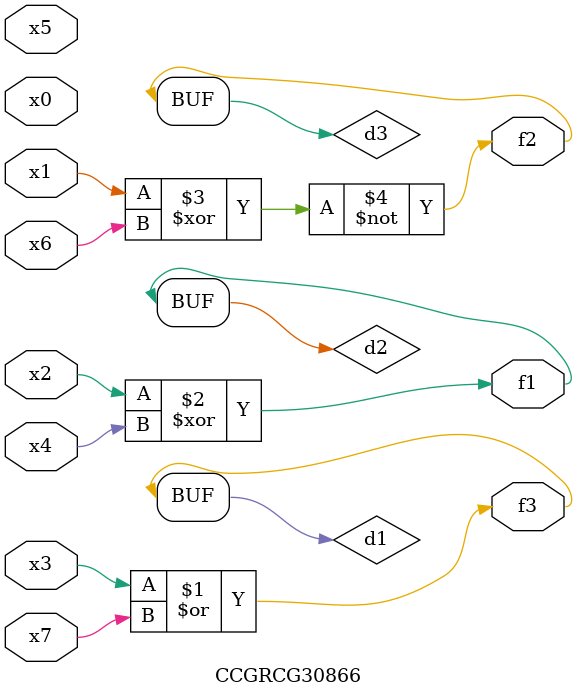
<source format=v>
module CCGRCG30866(
	input x0, x1, x2, x3, x4, x5, x6, x7,
	output f1, f2, f3
);

	wire d1, d2, d3;

	or (d1, x3, x7);
	xor (d2, x2, x4);
	xnor (d3, x1, x6);
	assign f1 = d2;
	assign f2 = d3;
	assign f3 = d1;
endmodule

</source>
